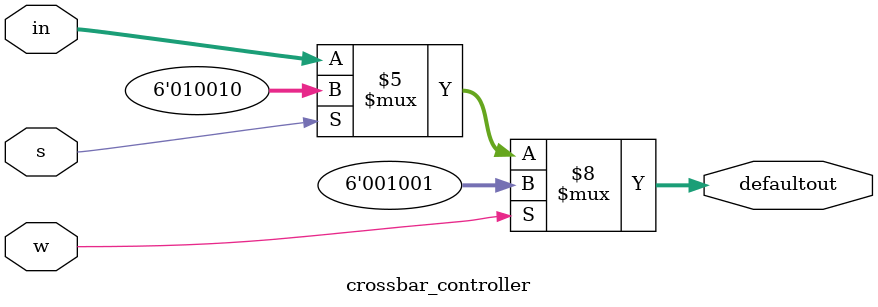
<source format=v>
module crossbar_controller(in, w, s, defaultout);
    input[5:0] in;
    input w;
    input s;

    output[5:0] defaultout;
    reg defaultout;

    /*
    Outputs 6b control bus of 2 1-hot 3b strings, 1 for input and 1 for output.
    For each 3b wire:
    default, both pins low --> 100
    SPI pin high --> 010
    GDS pin high --> 001
     */
    /*
    wire [2:0] tempin;
    wire [2:0] tempout;

    assign tempin = {~(W[1] | S[1]), S[1], W[1]};
    assign tempout = {~(W[0] | S[0]), S[0], W[0]};
    assign defaultout = {tempin, tempout};
    */

    always @(in, w, s) begin
        if(w==1'b1)
            defaultout <= 6'b001001;
        else if(s==1'b1)
            defaultout <= 6'b010010;
        else
            defaultout <= in;
    end

endmodule

</source>
